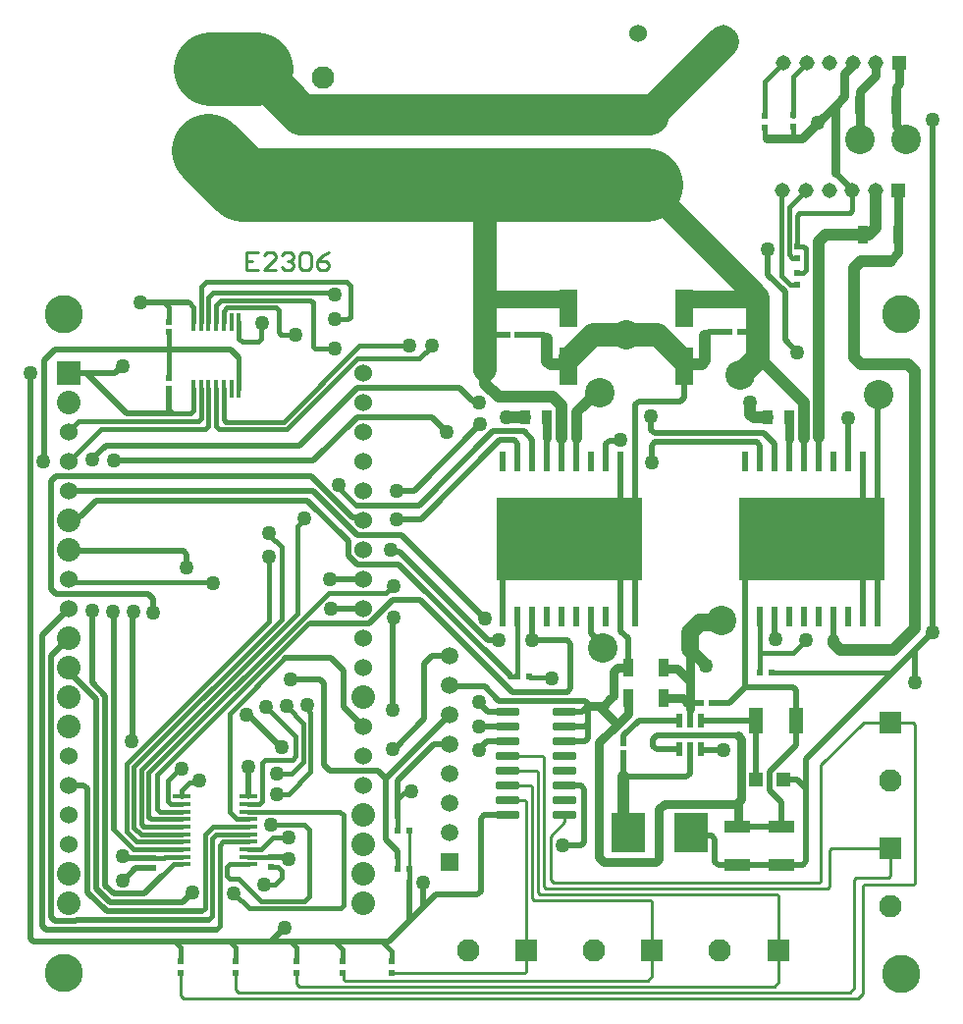
<source format=gtl>
G04*
G04 #@! TF.GenerationSoftware,Altium Limited,Altium Designer,22.9.1 (49)*
G04*
G04 Layer_Physical_Order=1*
G04 Layer_Color=255*
%FSLAX44Y44*%
%MOMM*%
G71*
G04*
G04 #@! TF.SameCoordinates,66478680-C35E-4369-986B-202EB0108B9E*
G04*
G04*
G04 #@! TF.FilePolarity,Positive*
G04*
G01*
G75*
%ADD13C,0.2540*%
%ADD15R,1.6000X3.2000*%
%ADD16R,0.6000X0.5300*%
%ADD17R,0.9000X1.6000*%
%ADD18R,0.5000X0.4750*%
G04:AMPARAMS|DCode=19|XSize=1.57mm|YSize=0.41mm|CornerRadius=0.0513mm|HoleSize=0mm|Usage=FLASHONLY|Rotation=90.000|XOffset=0mm|YOffset=0mm|HoleType=Round|Shape=RoundedRectangle|*
%AMROUNDEDRECTD19*
21,1,1.5700,0.3075,0,0,90.0*
21,1,1.4675,0.4100,0,0,90.0*
1,1,0.1025,0.1538,0.7338*
1,1,0.1025,0.1538,-0.7338*
1,1,0.1025,-0.1538,-0.7338*
1,1,0.1025,-0.1538,0.7338*
%
%ADD19ROUNDEDRECTD19*%
G04:AMPARAMS|DCode=20|XSize=1.57mm|YSize=0.41mm|CornerRadius=0.0513mm|HoleSize=0mm|Usage=FLASHONLY|Rotation=180.000|XOffset=0mm|YOffset=0mm|HoleType=Round|Shape=RoundedRectangle|*
%AMROUNDEDRECTD20*
21,1,1.5700,0.3075,0,0,180.0*
21,1,1.4675,0.4100,0,0,180.0*
1,1,0.1025,-0.7338,0.1538*
1,1,0.1025,0.7338,0.1538*
1,1,0.1025,0.7338,-0.1538*
1,1,0.1025,-0.7338,-0.1538*
%
%ADD20ROUNDEDRECTD20*%
%ADD21R,0.5588X1.8034*%
%ADD22R,12.5984X7.1882*%
%ADD23R,0.4750X0.5000*%
%ADD24R,0.9000X1.3000*%
G04:AMPARAMS|DCode=25|XSize=1.97mm|YSize=0.6mm|CornerRadius=0.075mm|HoleSize=0mm|Usage=FLASHONLY|Rotation=180.000|XOffset=0mm|YOffset=0mm|HoleType=Round|Shape=RoundedRectangle|*
%AMROUNDEDRECTD25*
21,1,1.9700,0.4500,0,0,180.0*
21,1,1.8200,0.6000,0,0,180.0*
1,1,0.1500,-0.9100,0.2250*
1,1,0.1500,0.9100,0.2250*
1,1,0.1500,0.9100,-0.2250*
1,1,0.1500,-0.9100,-0.2250*
%
%ADD25ROUNDEDRECTD25*%
%ADD26R,0.5300X0.6000*%
%ADD27R,2.2000X1.1000*%
%ADD28R,1.1500X1.1500*%
%ADD29R,1.2500X2.3000*%
%ADD30R,2.9500X3.5000*%
%ADD31R,0.6000X1.2500*%
%ADD64C,0.7620*%
%ADD65C,0.5080*%
%ADD66C,0.3810*%
%ADD67C,1.0160*%
%ADD68C,0.8890*%
%ADD69C,2.0320*%
%ADD70C,1.5240*%
%ADD71C,3.5560*%
%ADD72C,2.7940*%
%ADD73C,6.3500*%
%ADD74C,1.5240*%
%ADD75C,2.0320*%
%ADD76R,2.0320X2.0320*%
%ADD77C,3.3000*%
%ADD78C,1.3080*%
%ADD79R,1.3080X1.3080*%
%ADD80C,2.7750*%
%ADD81R,2.7750X2.7750*%
%ADD82C,1.5000*%
%ADD83R,1.5000X1.5000*%
%ADD84C,1.9500*%
%ADD85R,1.9500X1.9500*%
%ADD86R,1.9500X1.9500*%
%ADD87C,1.2700*%
%ADD88C,2.5400*%
D13*
X622554Y425156D02*
X622950Y424760D01*
X581010Y419951D02*
X582386Y418575D01*
X581010Y419951D02*
Y424536D01*
X582386Y418575D02*
X843487D01*
X580898Y424648D02*
X581010Y424536D01*
X972312Y1041828D02*
X972566Y1042082D01*
X759840Y542840D02*
X772160Y555160D01*
X759840Y505568D02*
Y542840D01*
Y505568D02*
X762488Y502920D01*
X752892Y612140D02*
X754380Y610652D01*
Y499328D02*
Y610652D01*
X722660Y612140D02*
X752892D01*
X742732Y586740D02*
X744220Y585252D01*
X749300Y494248D02*
Y597952D01*
X737652Y574040D02*
X739140Y572552D01*
Y444500D02*
Y572552D01*
X744220Y489168D02*
Y585252D01*
X722660Y586740D02*
X742732D01*
X722660Y599440D02*
X747812D01*
X749300Y597952D01*
X722660Y574040D02*
X737652D01*
X772160Y555160D02*
Y561340D01*
X762488Y502920D02*
X991652D01*
X638000Y515000D02*
Y548000D01*
X443665Y403335D02*
X1024847D01*
X441000Y406000D02*
Y424880D01*
Y406000D02*
X443665Y403335D01*
X488000Y411000D02*
Y424760D01*
X490585Y408415D02*
X1017927D01*
X488000Y411000D02*
X490585Y408415D01*
X543505Y413495D02*
X952707D01*
X541000Y416000D02*
Y424760D01*
Y416000D02*
X543505Y413495D01*
X737512Y424760D02*
X739000Y426248D01*
X622950Y424760D02*
X737512D01*
X739000Y444360D02*
X739140Y444500D01*
X739000Y426248D02*
Y444360D01*
X843487Y418575D02*
X847560Y422648D01*
X1024847Y403335D02*
X1029000Y407488D01*
X1017927Y408415D02*
X1022000Y412488D01*
X952707Y413495D02*
X956780Y417568D01*
X847560Y422648D02*
Y444500D01*
X956780D02*
Y491272D01*
Y417568D02*
Y444500D01*
X1022000Y412488D02*
Y505512D01*
X1029676Y641056D02*
X1053157D01*
X1029000Y407488D02*
Y499512D01*
X1023488Y507000D02*
X1051000D01*
X1022000Y505512D02*
X1023488Y507000D01*
X1030488Y501000D02*
X1072512D01*
X1074000Y502488D01*
X1029000Y499512D02*
X1030488Y501000D01*
X1053157Y509157D02*
Y532643D01*
X1051000Y507000D02*
X1053157Y509157D01*
X1074000Y502488D02*
Y639569D01*
X1053157Y641057D02*
X1072512D01*
X1074000Y639569D01*
X755868Y497840D02*
X999054D01*
X754380Y499328D02*
X755868Y497840D01*
X750788Y492760D02*
X955292D01*
X749300Y494248D02*
X750788Y492760D01*
X745708Y487680D02*
X846072D01*
X744220Y489168D02*
X745708Y487680D01*
X991652Y502920D02*
X993140Y504408D01*
X999054Y497840D02*
X1000542Y499328D01*
X955292Y492760D02*
X956780Y491272D01*
X993140Y504408D02*
Y604520D01*
X1000542Y499328D02*
Y500162D01*
X1000760Y500380D02*
Y530860D01*
X1000542Y500162D02*
X1000760Y500380D01*
X993140Y604520D02*
X1029676Y641056D01*
X1000760Y530860D02*
X1002543Y532643D01*
X1053157D01*
X846072Y487680D02*
X847560Y486192D01*
Y444500D02*
Y486192D01*
X507697Y1046775D02*
X497540D01*
Y1031540D01*
X507697D01*
X497540Y1039157D02*
X502618D01*
X522932Y1031540D02*
X512775D01*
X522932Y1041697D01*
Y1044236D01*
X520393Y1046775D01*
X515314D01*
X512775Y1044236D01*
X528010D02*
X530549Y1046775D01*
X535628D01*
X538167Y1044236D01*
Y1041697D01*
X535628Y1039157D01*
X533088D01*
X535628D01*
X538167Y1036618D01*
Y1034079D01*
X535628Y1031540D01*
X530549D01*
X528010Y1034079D01*
X543245Y1044236D02*
X545784Y1046775D01*
X550863D01*
X553402Y1044236D01*
Y1034079D01*
X550863Y1031540D01*
X545784D01*
X543245Y1034079D01*
Y1044236D01*
X568637Y1046775D02*
X563559Y1044236D01*
X558480Y1039157D01*
Y1034079D01*
X561020Y1031540D01*
X566098D01*
X568637Y1034079D01*
Y1036618D01*
X566098Y1039157D01*
X558480D01*
D15*
X875030Y948074D02*
D03*
Y998074D02*
D03*
X774954Y998182D02*
D03*
Y948182D02*
D03*
D16*
X822960Y623420D02*
D03*
Y614680D02*
D03*
X430784Y929080D02*
D03*
Y937820D02*
D03*
Y986334D02*
D03*
Y977594D02*
D03*
X518414Y516330D02*
D03*
Y525070D02*
D03*
X417322Y524054D02*
D03*
Y515314D02*
D03*
D17*
X826510Y688086D02*
D03*
X857510D02*
D03*
X826764Y661924D02*
D03*
X857764D02*
D03*
X1026752Y1173448D02*
D03*
X1057752D02*
D03*
X1029115Y1061539D02*
D03*
X1060115D02*
D03*
D18*
X944372Y1164376D02*
D03*
Y1154136D02*
D03*
X972312Y1028740D02*
D03*
Y1018500D02*
D03*
X972566Y1051854D02*
D03*
Y1041614D02*
D03*
X968756Y1154898D02*
D03*
Y1165138D02*
D03*
X488000Y424760D02*
D03*
Y435000D02*
D03*
X441000Y424880D02*
D03*
Y435120D02*
D03*
X541000Y424760D02*
D03*
Y435000D02*
D03*
X622554Y425156D02*
D03*
Y435396D02*
D03*
X580898Y434888D02*
D03*
Y424648D02*
D03*
D19*
X451924Y929134D02*
D03*
X458424D02*
D03*
X464924D02*
D03*
X471424D02*
D03*
X477924D02*
D03*
X484424D02*
D03*
X490924D02*
D03*
Y986534D02*
D03*
X484424D02*
D03*
X477924D02*
D03*
X471424D02*
D03*
X464924D02*
D03*
X458424D02*
D03*
X451924D02*
D03*
D20*
X499108Y518628D02*
D03*
Y525128D02*
D03*
Y531628D02*
D03*
Y538128D02*
D03*
Y544628D02*
D03*
Y551128D02*
D03*
Y557628D02*
D03*
Y564128D02*
D03*
Y570628D02*
D03*
Y577128D02*
D03*
X441708D02*
D03*
Y570628D02*
D03*
Y564128D02*
D03*
Y557628D02*
D03*
Y551128D02*
D03*
Y544628D02*
D03*
Y538128D02*
D03*
Y531628D02*
D03*
Y525128D02*
D03*
Y518628D02*
D03*
D21*
X718820Y732536D02*
D03*
X731520D02*
D03*
X744220D02*
D03*
X756920D02*
D03*
X769620D02*
D03*
X782320D02*
D03*
X795020D02*
D03*
X807720D02*
D03*
X820420D02*
D03*
X833120D02*
D03*
Y866140D02*
D03*
X820420D02*
D03*
X807720D02*
D03*
X795020D02*
D03*
X782320D02*
D03*
X769620D02*
D03*
X756920D02*
D03*
X744220D02*
D03*
X731520D02*
D03*
X718820D02*
D03*
X927926Y732536D02*
D03*
X940627D02*
D03*
X953326D02*
D03*
X966027D02*
D03*
X978727D02*
D03*
X991426D02*
D03*
X1004127D02*
D03*
X1016826D02*
D03*
X1029527D02*
D03*
X1042226D02*
D03*
Y866140D02*
D03*
X1029527D02*
D03*
X1016826D02*
D03*
X1004127D02*
D03*
X991426D02*
D03*
X978727D02*
D03*
X966027D02*
D03*
X953326D02*
D03*
X940627D02*
D03*
X927926D02*
D03*
D22*
X775970Y799338D02*
D03*
X985077D02*
D03*
D23*
X627760Y515000D02*
D03*
X638000D02*
D03*
X627760Y548000D02*
D03*
X638000D02*
D03*
X741680Y680720D02*
D03*
X731440D02*
D03*
X940598Y684030D02*
D03*
X950838D02*
D03*
D24*
X947159Y904627D02*
D03*
X966160D02*
D03*
X737920Y904240D02*
D03*
X756920D02*
D03*
D25*
X772160Y561340D02*
D03*
Y574040D02*
D03*
Y586740D02*
D03*
Y599440D02*
D03*
Y612140D02*
D03*
Y624840D02*
D03*
Y637540D02*
D03*
Y650240D02*
D03*
X722660D02*
D03*
Y637540D02*
D03*
Y624840D02*
D03*
Y612140D02*
D03*
Y599440D02*
D03*
Y586740D02*
D03*
Y574040D02*
D03*
Y561340D02*
D03*
D26*
X722780Y975360D02*
D03*
X731520D02*
D03*
X889710Y657860D02*
D03*
X898450D02*
D03*
X923140Y977900D02*
D03*
X914400D02*
D03*
D27*
X958596Y551424D02*
D03*
Y518424D02*
D03*
X921258Y551170D02*
D03*
Y518170D02*
D03*
D28*
X960760Y591820D02*
D03*
X937260D02*
D03*
D29*
X971760Y642620D02*
D03*
X937260D02*
D03*
D30*
X826880Y546100D02*
D03*
X881380D02*
D03*
D31*
X870629Y617695D02*
D03*
X880129D02*
D03*
X889629D02*
D03*
Y642695D02*
D03*
X880129D02*
D03*
X870629D02*
D03*
D64*
X1027050Y1168167D02*
Y1185132D01*
X1040593Y1198675D01*
X1005332Y1172972D02*
X1013460Y1181100D01*
Y1200733D02*
X1020593Y1207866D01*
X1013460Y1181100D02*
Y1200733D01*
X1057752Y1173448D02*
Y1189108D01*
X1060593Y1191949D01*
X946150Y1144778D02*
X966524D01*
X1005332Y1115134D02*
Y1172972D01*
X990360Y1158000D02*
X1005332Y1172972D01*
X880129Y657860D02*
Y676311D01*
X878334Y657860D02*
X880129Y656065D01*
X874270Y661924D02*
X878080Y658114D01*
X919480Y551180D02*
X920086D01*
X921766Y552860D01*
Y572480D01*
X826532Y661692D02*
X826764Y661924D01*
X826532Y648732D02*
Y661692D01*
X817245Y639445D02*
X826532Y648732D01*
X803345Y653345D02*
X817245Y639445D01*
X826256Y688340D02*
X826510Y688086D01*
X817626Y688340D02*
X826256D01*
X813956Y684670D02*
X817626Y688340D01*
X813956Y663956D02*
Y684670D01*
X792480Y655320D02*
X805320D01*
X801624Y623824D02*
X817245Y639445D01*
X801624Y525164D02*
Y623824D01*
X806088Y520700D02*
X850464D01*
X801624Y525164D02*
X806088Y520700D01*
X853440Y566528D02*
X857904Y570992D01*
X924560Y575274D02*
Y626944D01*
X853440Y523676D02*
Y566528D01*
X857904Y570992D02*
X920278D01*
X924560Y575274D01*
X858132Y687463D02*
X868976D01*
X857510Y688086D02*
X858132Y687463D01*
X880129Y676311D02*
Y702329D01*
X868976Y687463D02*
X880129Y676311D01*
X805320Y655320D02*
X811924Y661924D01*
X880129Y653089D02*
Y656065D01*
X857764Y661924D02*
X874270D01*
X976778Y1144778D02*
X990000Y1158000D01*
X966524Y1144778D02*
X976778D01*
X1059899Y1099878D02*
X1060050Y1100030D01*
X966160Y885500D02*
Y904627D01*
X1026582Y1143541D02*
X1026713Y1143672D01*
X1057843Y1155498D02*
X1066594Y1146748D01*
X1026713Y1143672D02*
Y1168197D01*
X1057843Y1155498D02*
Y1169096D01*
X1066594Y1143929D02*
Y1146748D01*
X1026713Y1168197D02*
X1026972Y1168456D01*
X1052775Y1038860D02*
X1060115Y1046200D01*
Y1061539D01*
X1060050Y1061868D02*
Y1100030D01*
X1040593Y1198675D02*
Y1210031D01*
X1060593Y1191949D02*
Y1210031D01*
X756920Y886460D02*
Y904240D01*
X850464Y520700D02*
X853440Y523676D01*
X921584Y629920D02*
X924560Y626944D01*
D65*
X333182Y752160D02*
X413010D01*
X329060Y756282D02*
X333182Y752160D01*
X321440Y716600D02*
X344300Y739460D01*
X321440Y558982D02*
Y716600D01*
X398576Y625276D02*
X399404Y626104D01*
Y735954D01*
X614172Y452000D02*
X620000D01*
X574040D02*
X614172D01*
X536000D02*
X574040D01*
X893081Y974924D02*
X896057Y977900D01*
X914400D01*
X819531Y884047D02*
X820420Y884936D01*
X807720Y881071D02*
X810696Y884047D01*
X819531D01*
X807720Y866140D02*
Y881071D01*
X846582Y893569D02*
Y905256D01*
Y893569D02*
X849558Y890593D01*
X849812Y882973D02*
X937651D01*
X846836Y865378D02*
X848294Y866836D01*
X846836Y879997D02*
X849812Y882973D01*
X846836Y865378D02*
Y879997D01*
X530524Y525070D02*
X532100Y523494D01*
X518414Y525070D02*
X530524D01*
X532100Y523494D02*
X534162D01*
X499080Y647700D02*
X526766Y620014D01*
X497332Y647700D02*
X499080D01*
X530834Y696468D02*
X570738D01*
X526766Y620014D02*
X528320D01*
X570685Y739315D02*
X570758Y739387D01*
X598227D01*
X598300Y739460D01*
X698246Y616966D02*
Y618054D01*
X705032Y624840D01*
X722660D01*
X698246Y637794D02*
X698500Y637540D01*
X722660D01*
X698000Y658165D02*
X705925Y650240D01*
X698000Y658165D02*
Y659000D01*
X705925Y650240D02*
X722660D01*
X535941Y678148D02*
X561347D01*
X564323Y675172D01*
X383540Y548412D02*
Y735584D01*
X390652Y526034D02*
X392714D01*
X394694Y524054D01*
X417322D01*
X390652Y504698D02*
X391323D01*
X401939Y515314D01*
X417322D01*
X483870Y962660D02*
X490924Y955606D01*
X332232Y962660D02*
X430784D01*
X483870D01*
X322834Y953262D02*
X332232Y962660D01*
X1005332Y1115134D02*
X1020050Y1100415D01*
X880129Y657860D02*
X889710D01*
X878334D02*
X880129D01*
X878080Y658114D02*
X878334Y657860D01*
X898450D02*
X914105D01*
X927926Y671682D01*
X770000Y535000D02*
X786024D01*
X789000Y537976D01*
X971760Y642620D02*
Y668706D01*
X904676Y518170D02*
X921258D01*
X901700Y521146D02*
X904676Y518170D01*
X919480Y551180D02*
X955040D01*
X958596Y551424D02*
Y572587D01*
X948917Y582266D02*
X958596Y572587D01*
X980186Y584454D02*
Y609346D01*
Y521156D02*
Y584454D01*
Y609346D02*
X1054100Y683260D01*
X921258Y518180D02*
X977210D01*
X980186Y521156D01*
X971760Y621504D02*
Y642620D01*
X927926Y671682D02*
X968784D01*
X971760Y668706D01*
X822970Y623430D02*
Y629676D01*
X835989Y642695D01*
X870629D01*
X822960Y623420D02*
X822970Y623430D01*
X851336Y629920D02*
X921584D01*
X822960Y550020D02*
X826880Y546100D01*
X822960Y594360D02*
X877153D01*
X727227Y667437D02*
X774229D01*
X777205Y670413D01*
Y709021D01*
X774229Y711997D02*
X777205Y709021D01*
X744243Y711997D02*
X774229D01*
X811924Y661924D02*
X813956Y663956D01*
X820420Y719849D02*
X826510Y713759D01*
Y688086D02*
Y713759D01*
X383032Y866902D02*
X555382D01*
X364744Y867918D02*
Y868811D01*
X376043Y880110D01*
X382270Y736854D02*
X383540Y735584D01*
X364236Y675653D02*
X375920Y663969D01*
X364236Y675653D02*
Y737362D01*
X383866Y942660D02*
X389896Y948690D01*
X359598Y942660D02*
X383866D01*
X389896Y948690D02*
X390652D01*
X426720Y1003300D02*
X447690D01*
X406146D02*
X426720D01*
X311000Y454976D02*
Y941840D01*
Y454976D02*
X313976Y452000D01*
X311000Y941840D02*
X311160Y942000D01*
X322834Y866140D02*
Y953262D01*
X329060Y473384D02*
Y698820D01*
X321310Y465764D02*
Y558852D01*
Y465764D02*
X324540Y462534D01*
X329060Y473384D02*
X332224Y470220D01*
X329060Y849506D02*
X333314Y853760D01*
X598300Y815660D02*
X600244Y813716D01*
X333314Y853760D02*
X553016D01*
X329060Y756282D02*
Y849506D01*
X430784Y910155D02*
X433270Y907669D01*
X430784Y910155D02*
Y929080D01*
X394589Y907669D02*
X433270D01*
X1042226Y866140D02*
Y923226D01*
Y831490D02*
Y866140D01*
X359598Y942660D02*
X394589Y907669D01*
X344300Y942660D02*
X359598D01*
X680988Y929960D02*
X692490Y918458D01*
X593040Y929960D02*
X680988D01*
X543190Y880110D02*
X593040Y929960D01*
X376043Y880110D02*
X543190D01*
X499110Y577950D02*
X499230Y577830D01*
X499110Y577950D02*
Y602742D01*
X367792Y497948D02*
X380092Y485648D01*
X350801Y470408D02*
X464566D01*
X442468Y485648D02*
X451104Y494284D01*
X380092Y485648D02*
X442468D01*
X332224Y470220D02*
X350613D01*
X376936Y478028D02*
X458924D01*
X383249Y493268D02*
X409194D01*
X350613Y470220D02*
X350801Y470408D01*
X409194Y493268D02*
X424942Y509016D01*
X360172Y494792D02*
X376936Y478028D01*
X375920Y500597D02*
X383249Y493268D01*
X436000Y452000D02*
X483000D01*
X324540Y462534D02*
X471678D01*
X360172Y494792D02*
Y584084D01*
X518548Y452000D02*
X536000D01*
X518548D02*
X530860Y464312D01*
X483000Y452000D02*
X518548D01*
X564323Y604677D02*
Y675172D01*
Y604677D02*
X569240Y599760D01*
X610840D01*
X744220Y732536D02*
X744243Y732513D01*
Y711997D02*
Y732513D01*
X417322Y736092D02*
Y747848D01*
X413010Y752160D02*
X417322Y747848D01*
X399404Y735954D02*
X399796Y736346D01*
X313976Y452000D02*
X436000D01*
X329060Y698820D02*
X344300Y714060D01*
X367792Y497948D02*
Y661321D01*
X375920Y500597D02*
Y663969D01*
X344300Y587060D02*
X357196D01*
X360172Y584084D01*
X344300Y684813D02*
X367792Y661321D01*
X624000Y731035D02*
X624155Y731189D01*
X624000Y652000D02*
Y731035D01*
X603560Y726760D02*
X623815Y747014D01*
X552742Y726760D02*
X603560D01*
X623815Y747014D02*
X647650D01*
X727227Y667437D01*
X592262Y828360D02*
X646360D01*
X593040Y802960D02*
X631040D01*
X589172Y817604D02*
X596356D01*
X554940Y841060D02*
X593040Y802960D01*
X344300Y841060D02*
X554940D01*
X553016Y853760D02*
X589172Y817604D01*
X596356D02*
X598300Y815660D01*
X593040Y777560D02*
X628778D01*
X585600Y784999D02*
Y797176D01*
X550418Y832358D02*
X585600Y797176D01*
Y784999D02*
X593040Y777560D01*
X368104Y832358D02*
X550418D01*
X354322Y818576D02*
X368104Y832358D01*
X344300Y815660D02*
X347216Y818576D01*
X354322D01*
X570738Y696468D02*
X581660Y685546D01*
Y654500D02*
Y685546D01*
Y654500D02*
X598300Y637860D01*
X344300Y684813D02*
Y688660D01*
X443024Y789000D02*
X446000Y786024D01*
Y775000D02*
Y786024D01*
X345560Y789000D02*
X443024D01*
X555382Y866902D02*
X593040Y904560D01*
X696542Y918458D02*
X698000Y917000D01*
X692490Y918458D02*
X696542D01*
X593040Y904560D02*
X657540D01*
X670560Y891540D01*
X715406Y659594D02*
X789504D01*
X792480Y656618D01*
Y655320D02*
Y656618D01*
X703111Y671889D02*
X715406Y659594D01*
X627380Y816356D02*
X627888Y815848D01*
X647848D01*
X646360Y828360D02*
X710000Y892000D01*
X627260Y841000D02*
X642060D01*
X627000Y840740D02*
X627260Y841000D01*
X647848Y815848D02*
X716380Y884380D01*
X953326Y713105D02*
Y732536D01*
X569140Y764860D02*
X598300D01*
X940627Y866140D02*
Y879997D01*
X937651Y882973D02*
X940627Y879997D01*
X642060Y841000D02*
X699000Y897940D01*
X598300Y891860D02*
X598620Y891540D01*
X344300Y663260D02*
X346610Y660950D01*
X651000Y691460D02*
X657980Y698440D01*
X673040D01*
X673100Y698500D01*
X628778Y777560D02*
X724983Y681355D01*
X651000Y644000D02*
Y691460D01*
X629458Y788542D02*
X705718Y712282D01*
X714751D01*
X715033Y712000D01*
X962152Y970788D02*
Y1012698D01*
X947420Y1027430D02*
Y1049020D01*
Y1027430D02*
X962152Y1012698D01*
Y970788D02*
X972820Y960120D01*
X923140Y977900D02*
X938993D01*
X966027Y885368D02*
X966160Y885500D01*
X966027Y866140D02*
Y885368D01*
X978727Y886727D02*
X978814Y886814D01*
X978727Y866140D02*
Y886727D01*
X991426Y887427D02*
X991514Y887514D01*
X991426Y866140D02*
Y887427D01*
X966027Y904494D02*
X966160Y904627D01*
X1042226Y923226D02*
X1043000Y924000D01*
X990000Y1158000D02*
X990360D01*
X1020050Y1100030D02*
Y1100415D01*
X795020Y718390D02*
Y732536D01*
Y718390D02*
X805000Y708410D01*
Y705000D02*
Y708410D01*
X782320Y866140D02*
Y886460D01*
X343640Y942000D02*
X344300Y942660D01*
X789000Y537976D02*
Y583764D01*
X344300Y790260D02*
X345560Y789000D01*
X610840Y599760D02*
X618000Y592600D01*
X627760Y575000D02*
Y590760D01*
Y559240D02*
Y575000D01*
X650000Y482000D02*
Y503000D01*
X624000Y618000D02*
X625000D01*
X651000Y644000D01*
X660760Y492760D02*
X696858D01*
X650000Y482000D02*
X660760Y492760D01*
X696858D02*
X699834Y495736D01*
X674312Y671889D02*
X703111D01*
X772160Y586740D02*
X786024D01*
X789000Y583764D01*
X638000Y470000D02*
X650000Y482000D01*
X659300Y622300D02*
X673100D01*
X618000Y540141D02*
Y592600D01*
X627760Y590760D02*
X659300Y622300D01*
X618000Y592600D02*
X673100Y647700D01*
X620000Y452000D02*
X638000Y470000D01*
Y505000D01*
X618000Y540141D02*
X627734Y530407D01*
Y524014D02*
Y530407D01*
X673100Y673100D02*
X674312Y671889D01*
X728544Y884380D02*
X731520Y881404D01*
X716380Y884380D02*
X728544D01*
X710000Y892000D02*
X737192D01*
X731520Y866140D02*
Y881404D01*
X737192Y892000D02*
X744220Y884972D01*
X849558Y890593D02*
X943815D01*
X953326Y881081D01*
X833120Y866140D02*
Y915024D01*
X836096Y918000D01*
X833120Y833374D02*
Y866140D01*
X836096Y918000D02*
X872024D01*
X953326Y866140D02*
Y881081D01*
X875000Y920976D02*
Y950000D01*
X872024Y918000D02*
X875000Y920976D01*
X946773Y904240D02*
X947159Y904627D01*
X820420Y732536D02*
Y768477D01*
Y719849D02*
Y732536D01*
X702918Y731082D02*
X703082D01*
X623458Y788542D02*
X629458D01*
X631040Y802960D02*
X702918Y731082D01*
X622000Y790000D02*
X623458Y788542D01*
X948917Y598661D02*
X971760Y621504D01*
X948917Y582266D02*
Y598661D01*
X787400Y650240D02*
X792480Y655320D01*
Y640516D02*
Y655320D01*
X772160Y650240D02*
X787400D01*
X927926Y671682D02*
Y732536D01*
Y768120D01*
X928168Y768361D01*
X718820Y732536D02*
Y766264D01*
X719025Y766469D01*
X792480Y627816D02*
Y640516D01*
X772160Y624840D02*
X789504D01*
X792480Y627816D01*
X789504Y637540D02*
X792480Y640516D01*
X772160Y637540D02*
X789504D01*
X1074420Y703580D02*
X1089660Y718820D01*
X1054100Y683260D02*
X1074420Y703580D01*
Y675640D02*
Y703580D01*
X699834Y495736D02*
Y558364D01*
X702809Y561340D01*
X722660D01*
X731520Y975360D02*
X753944D01*
X756920Y972384D01*
X774604Y949604D02*
X775000Y950000D01*
X1016408Y903483D02*
X1016846Y903045D01*
Y866159D02*
Y903045D01*
X1089660Y1150620D02*
Y1160780D01*
X1089660Y1150620D02*
X1089660Y1150620D01*
X1089660Y1150620D02*
X1089660Y718820D01*
X1042226Y831490D02*
X1042250Y831466D01*
X1020593Y1207866D02*
Y1210031D01*
X703580Y975360D02*
X721360D01*
X756920Y866140D02*
Y886460D01*
X744220Y866140D02*
Y884972D01*
X769620Y866140D02*
Y886460D01*
X1014096Y783907D02*
X1029527Y768477D01*
X1042226Y732536D02*
Y766939D01*
X1042236Y766949D01*
X1029475Y832223D02*
X1029527Y832274D01*
Y866140D01*
Y732536D02*
Y768477D01*
X880129Y597336D02*
Y617695D01*
X877153Y594360D02*
X880129Y597336D01*
X822960Y594360D02*
Y614680D01*
X1004127Y712027D02*
Y732536D01*
X901700Y521146D02*
Y540584D01*
X898724Y543560D02*
X901700Y540584D01*
X883920Y543560D02*
X898724D01*
X881380Y546100D02*
X883920Y543560D01*
X851336Y617695D02*
X870629D01*
X848360Y620670D02*
Y626944D01*
Y620670D02*
X851336Y617695D01*
X848360Y626944D02*
X851336Y629920D01*
X909083Y617457D02*
X909320Y617220D01*
X889629Y617695D02*
X889866Y617457D01*
X909083D01*
X972820Y591820D02*
X980186Y584454D01*
X960760Y591820D02*
X972820D01*
X833077Y732579D02*
Y765302D01*
X880129Y642695D02*
Y653089D01*
X820420Y833374D02*
Y866140D01*
X937260Y591820D02*
Y642620D01*
X937185Y642695D02*
X937260Y642620D01*
X889629Y642695D02*
X937185D01*
D66*
X516636Y728070D02*
Y784352D01*
X394081Y605515D02*
X516636Y728070D01*
X420878Y596391D02*
X551247Y726760D01*
X420878Y566360D02*
Y596391D01*
X413131Y559860D02*
Y597624D01*
X568302Y752795D01*
X406781Y600254D02*
X541528Y735001D01*
X406781Y553360D02*
Y600254D01*
X394081Y546852D02*
Y605515D01*
X400431Y602884D02*
X527685Y730138D01*
X400431Y550730D02*
Y602884D01*
X614172Y452000D02*
X622554Y443618D01*
Y435396D02*
Y443618D01*
X441000Y435120D02*
Y447000D01*
X436000Y452000D02*
X441000Y447000D01*
X483000Y452000D02*
X488000Y447000D01*
Y435000D02*
Y447000D01*
X541000Y435000D02*
Y447000D01*
X536000Y452000D02*
X541000Y447000D01*
X574040Y452000D02*
X580898Y445142D01*
Y434888D02*
Y445142D01*
X512572Y501396D02*
X522278D01*
X528066Y507184D01*
X520700Y542290D02*
X534162D01*
X510038Y531628D02*
X520700Y542290D01*
X518414Y516330D02*
X525044D01*
X528066Y513308D01*
Y507184D02*
Y513308D01*
X517000Y803064D02*
X527685Y792379D01*
Y730138D02*
Y792379D01*
X551247Y726760D02*
X552742D01*
X541528Y735001D02*
Y810695D01*
X568302Y752795D02*
X617909D01*
X482854Y648488D02*
X530834Y696468D01*
X482854Y564028D02*
Y648488D01*
X552119Y650601D02*
Y654635D01*
Y650601D02*
X552958Y649762D01*
X550418Y656336D02*
X552119Y654635D01*
X552958Y598678D02*
Y649762D01*
X482854Y564028D02*
X489249Y557633D01*
X514269Y654731D02*
X540258Y628741D01*
Y611778D02*
Y628741D01*
X531876Y655066D02*
X546608Y640334D01*
Y607314D02*
Y640334D01*
X383540Y548412D02*
X400324Y531628D01*
X402805Y538128D02*
X441708D01*
X400324Y531628D02*
X441708D01*
X394081Y546852D02*
X402805Y538128D01*
X490924Y929134D02*
Y955606D01*
X944372Y1146556D02*
Y1153882D01*
Y1146556D02*
X946150Y1144778D01*
X972475Y1051905D02*
X977954D01*
X518922Y553212D02*
X547148D01*
X499108Y564128D02*
X527474D01*
X547148Y553212D02*
X551434Y548926D01*
X527474Y564128D02*
X527513Y564089D01*
X508499Y570633D02*
X511403Y573537D01*
Y606352D01*
X499113Y570633D02*
X508499D01*
X455499Y589611D02*
X456692Y590804D01*
X441437Y582661D02*
X448387Y589611D01*
X455499D01*
X510286Y985266D02*
X510794Y985774D01*
X510286Y971750D02*
Y985266D01*
X493776Y969518D02*
X508054D01*
X510286Y971750D01*
X490924Y972370D02*
X493776Y969518D01*
X490924Y972370D02*
Y986534D01*
X480833Y998829D02*
X523040D01*
X475942Y1005332D02*
X552504D01*
X523040Y998829D02*
X525272Y996597D01*
X477929Y995925D02*
X480833Y998829D01*
X471429Y1000819D02*
X475942Y1005332D01*
X464924Y1007926D02*
X468680Y1011682D01*
X572008D01*
X458424Y1016970D02*
X462534Y1021080D01*
X584200D01*
X587248Y1018032D01*
X322580Y865886D02*
X322834Y866140D01*
X451924Y986534D02*
Y999432D01*
X447690Y1003300D02*
X448056D01*
X451924Y999432D01*
X426720Y1003300D02*
X430784Y999236D01*
Y986334D02*
Y999236D01*
Y938126D02*
Y960374D01*
Y977594D01*
X451924Y909901D02*
Y929134D01*
X449692Y907669D02*
X451924Y909901D01*
X433270Y907669D02*
X449692D01*
X462280Y894080D02*
X464924Y896724D01*
X455930Y900684D02*
X458424Y903178D01*
X353124Y900684D02*
X455930D01*
X344300Y891860D02*
X353124Y900684D01*
X371920Y894080D02*
X462280D01*
X344300Y866460D02*
X371920Y894080D01*
X587248Y990800D02*
Y1018032D01*
X458424Y986534D02*
Y1016970D01*
X572008Y1011682D02*
X573532Y1010158D01*
X527504Y975360D02*
X539750D01*
X525272Y977592D02*
Y996597D01*
Y977592D02*
X527504Y975360D01*
X554736Y965400D02*
Y1003100D01*
X552504Y1005332D02*
X554736Y1003100D01*
X556968Y963168D02*
X573532D01*
X554736Y965400D02*
X556968Y963168D01*
X573519Y988835D02*
X573786Y988568D01*
X968756Y1165138D02*
Y1198194D01*
Y1164376D02*
Y1165138D01*
X573786Y988568D02*
X585016D01*
X587248Y990800D01*
X464924Y986534D02*
Y1007926D01*
X477924Y986534D02*
X477929Y986539D01*
Y995925D01*
X480156Y900430D02*
X530027D01*
X595305Y965708D02*
X638302D01*
X532403Y893826D02*
X593303Y954725D01*
X646877D01*
X473910Y893826D02*
X532403D01*
X530027Y900430D02*
X595305Y965708D01*
X471424Y986534D02*
X471429Y986539D01*
Y1000819D01*
X966764Y1018500D02*
X972312D01*
X959017Y1026247D02*
X966764Y1018500D01*
X980186Y1030972D02*
Y1049673D01*
X977954Y1028740D02*
X980186Y1030972D01*
X972312Y1028740D02*
X977954D01*
X972312Y1052068D02*
X972475Y1051905D01*
X977954D02*
X980186Y1049673D01*
X657352Y965200D02*
Y965962D01*
X646877Y954725D02*
X657352Y965200D01*
X477924Y902662D02*
X480156Y900430D01*
X477924Y902662D02*
Y929134D01*
X471424D02*
X471429Y929129D01*
Y896307D02*
Y929129D01*
Y896307D02*
X473910Y893826D01*
X464924Y896724D02*
Y929134D01*
X458424Y903178D02*
Y929134D01*
X523494Y579374D02*
X533654D01*
X552958Y598678D01*
X499108Y531628D02*
X510038D01*
X483181Y506730D02*
X490982D01*
X510540Y487172D01*
X480949Y508962D02*
Y516396D01*
Y508962D02*
X483181Y506730D01*
X480949Y516396D02*
X483181Y518628D01*
X458924Y478028D02*
X461899Y481003D01*
X471678Y462534D02*
X474599Y465455D01*
X468249Y474091D02*
Y541401D01*
X510540Y487172D02*
X547624D01*
X461899Y481003D02*
Y544195D01*
X474599Y465455D02*
Y535515D01*
X483181Y518628D02*
X499108D01*
X464566Y470408D02*
X468249Y474091D01*
X474599Y535515D02*
X477212Y538128D01*
X461899Y544195D02*
X468832Y551128D01*
X468249Y541401D02*
X471476Y544628D01*
X551434Y490982D02*
Y548926D01*
X547624Y487172D02*
X551434Y490982D01*
X486651Y494017D02*
X486677D01*
X499872Y480822D01*
X578666D02*
X581152Y483308D01*
X499872Y480822D02*
X578666D01*
X581152Y483308D02*
Y561086D01*
X477212Y538128D02*
X499108D01*
X471476Y544628D02*
X499108D01*
X468832Y551128D02*
X499108D01*
X441437Y577273D02*
X441582Y577128D01*
X441437Y577273D02*
Y582661D01*
X441582Y577128D02*
X441708D01*
X439870Y601160D02*
X441510D01*
X429413Y590703D02*
X439870Y601160D01*
X429413Y573537D02*
Y590703D01*
X499108Y525128D02*
X518356D01*
X518414Y525070D01*
X527513Y564089D02*
X578149D01*
X581152Y561086D01*
X489249Y557633D02*
X499103D01*
X499108Y557628D01*
X511403Y606352D02*
X513635Y608584D01*
X537064D02*
X540258Y611778D01*
X536448Y597154D02*
X546608Y607314D01*
X513635Y608584D02*
X537064D01*
X523494Y597154D02*
X536448D01*
X321310Y558852D02*
X321440Y558982D01*
X624066Y758952D02*
X624586D01*
X617909Y752795D02*
X624066Y758952D01*
X427631Y525123D02*
X441703D01*
X426562Y524054D02*
X427631Y525123D01*
X417322Y524054D02*
X426562D01*
X406533Y544628D02*
X441708D01*
X400431Y550730D02*
X406533Y544628D01*
X424942Y509016D02*
X434554Y518628D01*
X441708D01*
X409013Y551128D02*
X441708D01*
X406781Y553360D02*
X409013Y551128D01*
X415363Y557628D02*
X441708D01*
X413131Y559860D02*
X415363Y557628D01*
X420878Y566360D02*
X423110Y564128D01*
X441708D01*
X577104Y843518D02*
X592262Y828360D01*
X577104Y843518D02*
Y845836D01*
X547370Y816537D02*
Y817372D01*
X541528Y810695D02*
X547370Y816537D01*
X517000Y803064D02*
Y804000D01*
X432317Y570633D02*
X441703D01*
X429413Y573537D02*
X432317Y570633D01*
X441703D02*
X441708Y570628D01*
X741680Y680595D02*
Y680720D01*
X759950Y680125D02*
X761208Y678867D01*
X741680Y680595D02*
X742150Y680125D01*
X759950D01*
X347160Y762000D02*
X468122D01*
X468630Y761492D01*
X344300Y764860D02*
X347160Y762000D01*
X724720Y681092D02*
X725092Y680720D01*
X731440D01*
X724720Y681092D02*
X724983Y681355D01*
X731520Y680800D02*
Y732536D01*
X968756Y1198194D02*
X980593Y1210031D01*
X944372Y1164122D02*
Y1193810D01*
X960593Y1210031D01*
X966524Y1144778D02*
X968756Y1147010D01*
Y1154136D01*
X959017Y1026247D02*
Y1098996D01*
X968194Y1041828D02*
X972312D01*
X965367Y1044655D02*
X968194Y1041828D01*
X965367Y1044655D02*
Y1085346D01*
X980051Y1100030D01*
X959017Y1098996D02*
X960051Y1100030D01*
X972312Y1052068D02*
Y1078032D01*
X1017819Y1080264D02*
X1020050Y1082496D01*
X972312Y1078032D02*
X974544Y1080264D01*
X1020050Y1082496D02*
Y1100030D01*
X974544Y1080264D02*
X1017819D01*
X638299Y580299D02*
X640000Y582000D01*
X633059Y580299D02*
X638299D01*
X627760Y575000D02*
X633059Y580299D01*
X638000Y505000D02*
Y515000D01*
X627760Y548000D02*
Y559240D01*
X627760Y515000D02*
Y523739D01*
X627884Y523863D01*
X799041Y799338D02*
X799084D01*
X789559D02*
X799041D01*
X940598Y701000D02*
Y732507D01*
Y684030D02*
Y701000D01*
X969000D02*
X980000Y712000D01*
X940598Y701000D02*
X969000D01*
X1053330Y684030D02*
X1054100Y683260D01*
X950838Y684030D02*
X1053330D01*
X940598Y732507D02*
X940627Y732536D01*
X799041Y799338D02*
X833077Y765302D01*
X786384Y799338D02*
X789559D01*
X775970D02*
X786384D01*
X799084D02*
X833120Y833374D01*
X786384Y799338D02*
X820420Y833374D01*
D67*
X875000Y950000D02*
X890105D01*
X893081Y952976D02*
Y974924D01*
X890105Y950000D02*
X893081Y952976D01*
X822960Y550020D02*
Y594360D01*
X991514Y887514D02*
Y1055587D01*
X1022000Y955912D02*
Y1032908D01*
X1027952Y1038860D01*
X991514Y1055587D02*
X997466Y1061539D01*
X1027952Y1038860D02*
X1052775D01*
X997466Y1061539D02*
X1029115D01*
X978814Y886814D02*
Y917185D01*
X938993Y957007D02*
X978814Y917185D01*
X932180Y907216D02*
Y916940D01*
X1027952Y949960D02*
X1068468D01*
X1074420Y944008D01*
X1022000Y955912D02*
X1027952Y949960D01*
X722253Y904004D02*
X722489Y904240D01*
X737920D01*
X714980Y922020D02*
X762000D01*
X703580Y933420D02*
Y944880D01*
Y933420D02*
X714980Y922020D01*
X935156Y904240D02*
X946773D01*
X932180Y907216D02*
X935156Y904240D01*
X894080Y690205D02*
Y690880D01*
X880140Y704820D02*
X894080Y690880D01*
X1074420Y722483D02*
Y944008D01*
X1029115Y1061539D02*
X1034099D01*
X1040050Y1067490D02*
Y1100030D01*
X1034099Y1061539D02*
X1040050Y1067490D01*
X759896Y949604D02*
X774604D01*
X756920Y952580D02*
Y972384D01*
Y952580D02*
X759896Y949604D01*
X769620Y886460D02*
Y914400D01*
X762000Y922020D02*
X769620Y914400D01*
X1010078Y703971D02*
X1055909D01*
X1074420Y722483D01*
X1004127Y709923D02*
Y712027D01*
Y709923D02*
X1010078Y703971D01*
X789559Y799338D02*
X820420Y768477D01*
D68*
X798576Y925576D02*
X802132D01*
X782320Y909320D02*
X798576Y925576D01*
X782320Y886460D02*
Y909320D01*
D69*
X825246Y975614D02*
X851904D01*
X796320Y975000D02*
X824632D01*
X825246Y975614D01*
X938993Y1005783D02*
Y1007666D01*
X841758Y1104900D02*
X938993Y1007666D01*
X703580Y1005840D02*
Y1104900D01*
X938993Y957007D02*
Y977900D01*
Y1005783D01*
X924000Y941000D02*
X938993Y955993D01*
X923000Y941000D02*
X924000D01*
X938993Y955993D02*
Y957007D01*
X703580Y944880D02*
Y975360D01*
Y1005840D01*
X851904Y975614D02*
X872840Y954678D01*
X777160Y955840D02*
X796320Y975000D01*
D70*
X875380Y1005783D02*
X938993D01*
X875000Y1005403D02*
X875380Y1005783D01*
X875000Y1000000D02*
Y1005403D01*
X889067Y727697D02*
X905931D01*
X880140Y718770D02*
X889067Y727697D01*
X880140Y704820D02*
Y718770D01*
X905931Y727697D02*
X907404Y729170D01*
X703580Y1005840D02*
X774620D01*
X775000Y1000000D02*
Y1005460D01*
X774620Y1005840D02*
X775000Y1005460D01*
D71*
X513300Y1197060D02*
X545360Y1165000D01*
X844697D01*
D72*
X908552Y1228856D01*
D73*
X703580Y1104900D02*
X841758D01*
X494190D02*
X703580D01*
X464530Y1134560D02*
X494190Y1104900D01*
X465800Y1204560D02*
X505800D01*
D74*
X598300Y942660D02*
D03*
Y917260D02*
D03*
Y891860D02*
D03*
Y866460D02*
D03*
Y841060D02*
D03*
Y815660D02*
D03*
Y790260D02*
D03*
Y764860D02*
D03*
Y739460D02*
D03*
Y714060D02*
D03*
Y688660D02*
D03*
Y637860D02*
D03*
Y612460D02*
D03*
Y587060D02*
D03*
X344300Y536260D02*
D03*
Y561660D02*
D03*
Y587060D02*
D03*
Y612460D02*
D03*
Y739460D02*
D03*
Y764860D02*
D03*
Y841060D02*
D03*
Y866460D02*
D03*
Y891860D02*
D03*
X908812Y1235710D02*
D03*
X835152D02*
D03*
D75*
X598300Y663260D02*
D03*
Y561660D02*
D03*
Y536260D02*
D03*
Y510860D02*
D03*
Y485460D02*
D03*
X344300D02*
D03*
Y510860D02*
D03*
Y637860D02*
D03*
Y663260D02*
D03*
Y688660D02*
D03*
Y714060D02*
D03*
Y790260D02*
D03*
Y815660D02*
D03*
Y917260D02*
D03*
D76*
Y942660D02*
D03*
D77*
X340360Y424942D02*
D03*
X1062000Y993000D02*
D03*
X340360Y993140D02*
D03*
X1062000Y424000D02*
D03*
D78*
X1020050Y1100030D02*
D03*
X960051D02*
D03*
X980051D02*
D03*
X1000050D02*
D03*
X1040050D02*
D03*
X1040593Y1210031D02*
D03*
X1000593D02*
D03*
X980593D02*
D03*
X960593D02*
D03*
X1020593D02*
D03*
D79*
X1060050Y1100030D02*
D03*
X1060593Y1210031D02*
D03*
D80*
X464530Y1204560D02*
D03*
D81*
Y1134560D02*
D03*
D82*
X673100Y698500D02*
D03*
Y673100D02*
D03*
Y647700D02*
D03*
Y622300D02*
D03*
Y596900D02*
D03*
Y571500D02*
D03*
Y546100D02*
D03*
D83*
Y520700D02*
D03*
D84*
X1053157Y591057D02*
D03*
X1053157Y482643D02*
D03*
X689140Y444500D02*
D03*
X563300Y1197060D02*
D03*
X906018Y444500D02*
D03*
X797560D02*
D03*
D85*
X1053157Y641057D02*
D03*
X1053157Y532643D02*
D03*
D86*
X739140Y444500D02*
D03*
X513300Y1197060D02*
D03*
X956018Y444500D02*
D03*
X847560D02*
D03*
D87*
X398576Y625276D02*
D03*
X512572Y501396D02*
D03*
X820420Y884936D02*
D03*
X846582Y905256D02*
D03*
X846836Y865378D02*
D03*
X534162Y542290D02*
D03*
Y523494D02*
D03*
X516636Y784352D02*
D03*
X497332Y647700D02*
D03*
X570685Y739315D02*
D03*
X550418Y656336D02*
D03*
X698246Y616966D02*
D03*
Y637794D02*
D03*
X514269Y654731D02*
D03*
X535941Y678148D02*
D03*
X531876Y655066D02*
D03*
X390652Y526034D02*
D03*
X770000Y535000D02*
D03*
X383032Y866902D02*
D03*
X364744Y867918D02*
D03*
X518922Y553212D02*
D03*
X456692Y590804D02*
D03*
X382270Y736854D02*
D03*
X364236Y737362D02*
D03*
X390652Y948690D02*
D03*
X510794Y985774D02*
D03*
X406146Y1003300D02*
D03*
X322580Y865886D02*
D03*
X311160Y942000D02*
D03*
X573532Y1010158D02*
D03*
X573519Y988835D02*
D03*
X539750Y975360D02*
D03*
X573532Y963168D02*
D03*
X657352Y965962D02*
D03*
X638302Y965708D02*
D03*
X499110Y602742D02*
D03*
X523494Y579374D02*
D03*
X486651Y494017D02*
D03*
X390652Y504698D02*
D03*
X451104Y494284D02*
D03*
X441510Y601160D02*
D03*
X530860Y464312D02*
D03*
X528320Y620014D02*
D03*
X523494Y597154D02*
D03*
X417322Y736092D02*
D03*
X399796Y736346D02*
D03*
X624155Y731189D02*
D03*
X624586Y758952D02*
D03*
X577104Y845836D02*
D03*
X547370Y817372D02*
D03*
X761208Y678867D02*
D03*
X446000Y775000D02*
D03*
X627380Y816356D02*
D03*
X627000Y840740D02*
D03*
X517000Y804000D02*
D03*
X468630Y761492D02*
D03*
X569140Y764860D02*
D03*
X670560Y891540D02*
D03*
X715033Y712000D02*
D03*
X722253Y904004D02*
D03*
X990000Y1158000D02*
D03*
X624000Y652000D02*
D03*
X640000Y582000D02*
D03*
X650000Y503000D02*
D03*
X624000Y618000D02*
D03*
X698000Y659000D02*
D03*
X699000Y897940D02*
D03*
X698000Y917000D02*
D03*
X894080Y690205D02*
D03*
X932180Y916940D02*
D03*
X703082Y731082D02*
D03*
X622000Y790000D02*
D03*
X744243Y711997D02*
D03*
X953636Y712795D02*
D03*
X980000Y712000D02*
D03*
X1074420Y675640D02*
D03*
X947420Y1049020D02*
D03*
X972820Y960120D02*
D03*
X1016408Y903483D02*
D03*
X1089660Y1160780D02*
D03*
X909320Y617220D02*
D03*
X1089660Y718820D02*
D03*
D88*
X802132Y925576D02*
D03*
X825246Y975614D02*
D03*
X1043000Y924000D02*
D03*
X1026582Y1143541D02*
D03*
X1066594Y1143929D02*
D03*
X805000Y705000D02*
D03*
X907404Y729170D02*
D03*
X923000Y941000D02*
D03*
M02*

</source>
